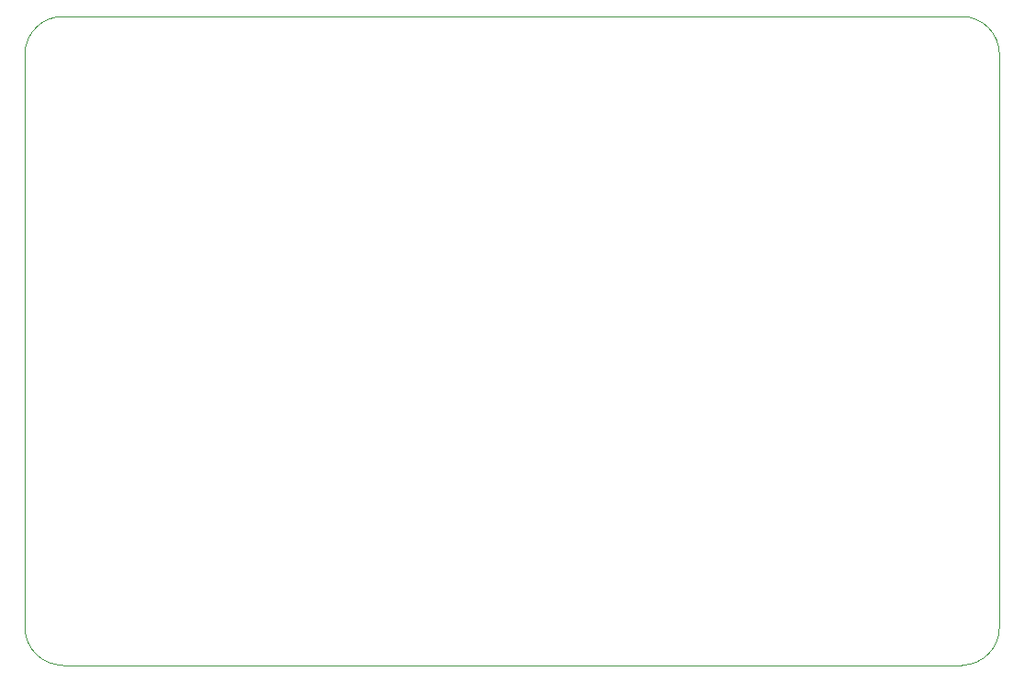
<source format=gbr>
G04 #@! TF.GenerationSoftware,KiCad,Pcbnew,7.0.7*
G04 #@! TF.CreationDate,2023-09-15T22:30:58+02:00*
G04 #@! TF.ProjectId,Nixie PSU,4e697869-6520-4505-9355-2e6b69636164,rev?*
G04 #@! TF.SameCoordinates,Original*
G04 #@! TF.FileFunction,Profile,NP*
%FSLAX46Y46*%
G04 Gerber Fmt 4.6, Leading zero omitted, Abs format (unit mm)*
G04 Created by KiCad (PCBNEW 7.0.7) date 2023-09-15 22:30:58*
%MOMM*%
%LPD*%
G01*
G04 APERTURE LIST*
G04 #@! TA.AperFunction,Profile*
%ADD10C,0.100000*%
G04 #@! TD*
G04 APERTURE END LIST*
D10*
X196500000Y-58000000D02*
X196500000Y-111000000D01*
X110000000Y-114500000D02*
X193000000Y-114500000D01*
X193000000Y-114500000D02*
G75*
G03*
X196500000Y-111000000I0J3500000D01*
G01*
X110000000Y-54500000D02*
G75*
G03*
X106500000Y-58000000I0J-3500000D01*
G01*
X106500000Y-111000000D02*
G75*
G03*
X110000000Y-114500000I3500000J0D01*
G01*
X196500000Y-58000000D02*
G75*
G03*
X193000000Y-54500000I-3500000J0D01*
G01*
X106500000Y-58000000D02*
X106500000Y-111000000D01*
X110000000Y-54500000D02*
X193000000Y-54500000D01*
M02*

</source>
